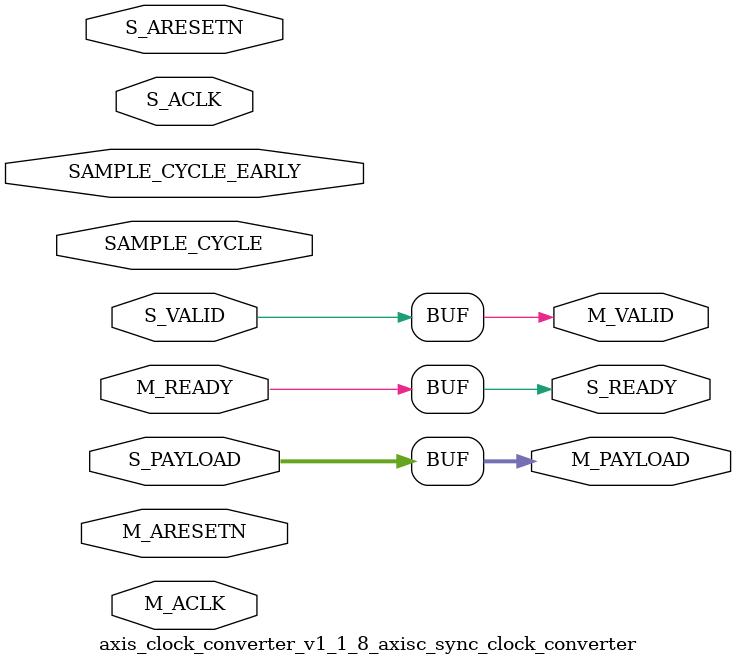
<source format=v>

`timescale 1ps/1ps
`default_nettype none

(* DowngradeIPIdentifiedWarnings="yes" *)
module axis_clock_converter_v1_1_8_axisc_sync_clock_converter # (
///////////////////////////////////////////////////////////////////////////////
// Parameter Definitions
///////////////////////////////////////////////////////////////////////////////
  parameter C_FAMILY     = "virtex6",
  parameter integer C_PAYLOAD_WIDTH = 32,
  parameter integer C_S_ACLK_RATIO = 1,
  parameter integer C_M_ACLK_RATIO = 1,
  parameter integer C_MODE = 1  // 0 = light-weight (1-deep); 1 = fully-pipelined (2-deep)
  )
 (
///////////////////////////////////////////////////////////////////////////////
// Port Declarations
///////////////////////////////////////////////////////////////////////////////
  input wire                         SAMPLE_CYCLE_EARLY,
  input wire                         SAMPLE_CYCLE,
  // Slave side
  input  wire                        S_ACLK,
  input  wire                        S_ARESETN,
  input  wire [C_PAYLOAD_WIDTH-1:0]  S_PAYLOAD,
  input  wire                        S_VALID,
  output wire                        S_READY,

  // Master side
  input  wire                        M_ACLK,
  input  wire                        M_ARESETN,
  output wire [C_PAYLOAD_WIDTH-1:0]  M_PAYLOAD,
  output wire                        M_VALID,
  input  wire                        M_READY
);

////////////////////////////////////////////////////////////////////////////////
// Functions
////////////////////////////////////////////////////////////////////////////////

////////////////////////////////////////////////////////////////////////////////
// Local parameters
////////////////////////////////////////////////////////////////////////////////
localparam [1:0] ZERO = 2'b10;
localparam [1:0] ONE  = 2'b11;
localparam [1:0] FULL = 2'b01;
localparam [1:0] INIT = 2'b00;
localparam integer P_LIGHT_WT = 0;
localparam integer P_FULLY_REG = 1;

////////////////////////////////////////////////////////////////////////////////
// Wires/Reg declarations
////////////////////////////////////////////////////////////////////////////////

////////////////////////////////////////////////////////////////////////////////
// BEGIN RTL
////////////////////////////////////////////////////////////////////////////////

generate
  if (C_S_ACLK_RATIO == C_M_ACLK_RATIO) begin : gen_passthru
    assign M_PAYLOAD = S_PAYLOAD;
    assign M_VALID   = S_VALID;
    assign S_READY   = M_READY;      
  end else begin : gen_sync_clock_converter
    wire s_sample_cycle;
    wire s_sample_cycle_early;
    wire m_sample_cycle;
    wire m_sample_cycle_early;

    wire slow_aclk;
    wire slow_areset;
    reg  s_areset_r;
    reg  m_areset_r;
   
    reg  s_ready_r; 
    wire s_ready_ns; 
    reg  m_valid_r; 
    wire m_valid_ns; 
    reg  [C_PAYLOAD_WIDTH-1:0] m_payload_r;
    reg  [C_PAYLOAD_WIDTH-1:0] m_storage_r;
    wire [C_PAYLOAD_WIDTH-1:0] m_payload_ns; 
    wire [C_PAYLOAD_WIDTH-1:0] m_storage_ns; 
    reg  m_ready_hold;
    wire m_ready_sample;
    wire load_payload;
    wire load_storage;
    wire load_payload_from_storage;
    reg [1:0] state;
    reg [1:0] next_state;
    
    always @(posedge S_ACLK) begin
      s_areset_r <= ~(S_ARESETN & M_ARESETN);
    end
  
    always @(posedge M_ACLK) begin
      m_areset_r <= ~(S_ARESETN & M_ARESETN);
    end

    assign slow_aclk   = (C_S_ACLK_RATIO > C_M_ACLK_RATIO) ? M_ACLK   : S_ACLK;
    assign slow_areset = (C_S_ACLK_RATIO > C_M_ACLK_RATIO) ? m_areset_r : s_areset_r;
    assign s_sample_cycle_early = (C_S_ACLK_RATIO > C_M_ACLK_RATIO) ? SAMPLE_CYCLE_EARLY : 1'b1;
    assign s_sample_cycle       = (C_S_ACLK_RATIO > C_M_ACLK_RATIO) ? SAMPLE_CYCLE : 1'b1;
    assign m_sample_cycle_early = (C_S_ACLK_RATIO > C_M_ACLK_RATIO) ? 1'b1 : SAMPLE_CYCLE_EARLY;
    assign m_sample_cycle       = (C_S_ACLK_RATIO > C_M_ACLK_RATIO) ? 1'b1 : SAMPLE_CYCLE;

    // Output flop for S_READY, value is encoded into state machine.
    assign s_ready_ns = (C_S_ACLK_RATIO > C_M_ACLK_RATIO) ? state[1] & (state != INIT) : next_state[1];

    always @(posedge S_ACLK) begin 
      if (s_areset_r) begin
        s_ready_r <= 1'b0;
      end
      else begin
        s_ready_r <= s_sample_cycle_early ? s_ready_ns : 1'b0;
      end
    end

    assign S_READY = s_ready_r;

    // Output flop for M_VALID
    assign m_valid_ns = next_state[0];

    always @(posedge M_ACLK) begin 
      if (m_areset_r) begin
        m_valid_r <= 1'b0;
      end
      else begin
        m_valid_r <= m_sample_cycle ? m_valid_ns : m_valid_r & ~M_READY;
      end
    end

    assign M_VALID = m_valid_r;

    // Hold register for M_READY when M_ACLK is fast.
    always @(posedge M_ACLK) begin 
      if (m_areset_r) begin
        m_ready_hold <= 1'b0;
      end
      else begin
        m_ready_hold <= m_sample_cycle ? 1'b0 : m_ready_sample;
      end
    end

    assign m_ready_sample = (M_READY ) | m_ready_hold;
    // Output/storage flops for PAYLOAD
    assign m_payload_ns = ~load_payload ? m_payload_r :
                           load_payload_from_storage ? m_storage_r : 
                           S_PAYLOAD;

    assign m_storage_ns = (C_MODE == P_FULLY_REG) ? (load_storage ? S_PAYLOAD : m_storage_r) : {C_PAYLOAD_WIDTH{1'b0}};

    always @(posedge slow_aclk) begin 
      m_payload_r <= m_payload_ns;
      m_storage_r <= (C_MODE == P_FULLY_REG) ? m_storage_ns : 0;
    end

    assign M_PAYLOAD = m_payload_r;

    // load logic
    assign load_storage = (C_MODE == P_FULLY_REG) && (state != FULL);
    assign load_payload = m_ready_sample || (state == ZERO);
    assign load_payload_from_storage = (C_MODE == P_FULLY_REG) && (state == FULL) && m_ready_sample;
    
    // State machine
    always @(posedge slow_aclk) begin 
      state <= next_state;
    end

    always @* begin 
      if (slow_areset) begin 
        next_state = INIT;
      end else begin
        case (state)
          INIT: begin
            next_state = ZERO;
          end
          // No transaction stored locally
          ZERO: begin
            if (S_VALID) begin
              next_state = (C_MODE == P_FULLY_REG) ? ONE : FULL; // Push from empty
            end
            else begin
              next_state = ZERO;
            end
          end

          // One transaction stored locally
          ONE: begin
            if (m_ready_sample & ~S_VALID) begin 
              next_state = ZERO; // Read out one so move to ZERO
            end
            else if (~m_ready_sample & S_VALID) begin
              next_state = FULL;  // Got another one so move to FULL
            end
            else begin
              next_state = ONE;
            end
          end

          // Storage registers full
          FULL: begin 
            if (m_ready_sample) begin
              next_state = (C_MODE == P_FULLY_REG) ? ONE : ZERO; // Pop from full
            end
            else begin
              next_state = FULL;
            end
          end
          default: begin
            next_state = ZERO;
          end
        endcase // case (state)
      end
    end
  end // gen_sync_clock_converter
  endgenerate
endmodule // axisc_sync_clock_converter

`default_nettype wire

</source>
